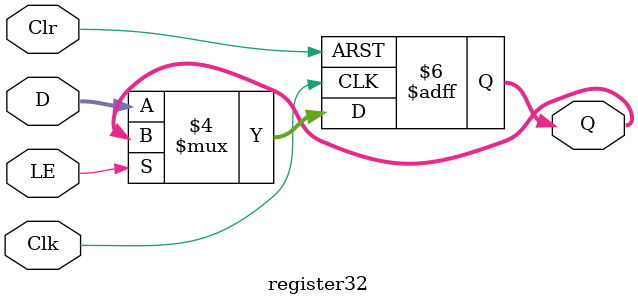
<source format=v>
module register32(output reg [31:0] Q, input [31:0] D, input LE, Clr, Clk);
	always @(posedge Clk, negedge Clr)
		if(!Clr) Q <= 32'h00000000;
		else if(!LE) Q <= D;
endmodule

</source>
